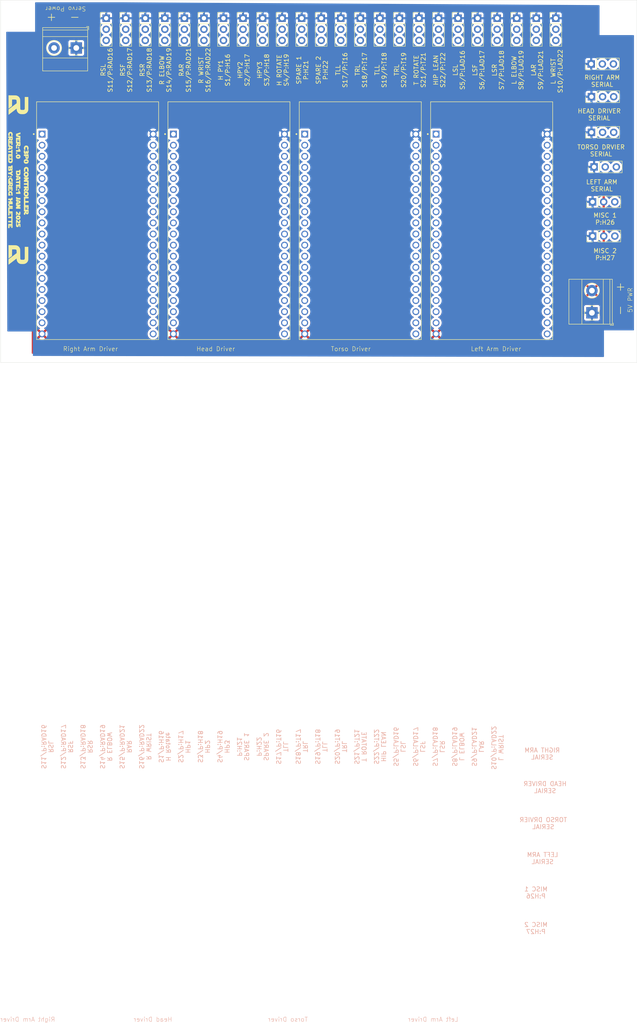
<source format=kicad_pcb>
(kicad_pcb (version 20240108) (generator "pcbnew") (generator_version "8.0")
  (layers (0 "F.Cu" signal) (1 "In1.Cu" signal) (2 "In2.Cu" signal) (31 "B.Cu" signal) (34 "B.Paste" user) (35 "F.Paste" user) (36 "B.SilkS" user "B.Silkscreen") (37 "F.SilkS" user "F.Silkscreen") (38 "B.Mask" user) (39 "F.Mask" user) (44 "Edge.Cuts" user))
  (net 0 "")
  (net 111 "GND")
  (net 112 "SVR_PWR")
  (net 113 "SRV_1")
  (net 114 "SRV_2")
  (net 115 "SRV_3")
  (net 116 "SRV_4")
  (net 117 "SRV_5")
  (net 118 "SRV_6")
  (net 119 "SRV_7")
  (net 120 "SRV_8")
  (net 121 "SRV_9")
  (net 122 "SRV_10")
  (net 123 "SRV_11")
  (net 124 "SRV_12")
  (net 125 "SRV_13")
  (net 126 "SRV_14")
  (net 127 "SRV_15")
  (net 128 "SRV_16")
  (net 129 "SRV_17")
  (net 130 "SRV_18")
  (net 131 "SRV_19")
  (net 132 "SRV_20")
  (net 133 "SRV_21")
  (net 134 "SRV_22")
  (net 135 "SPR_1")
  (net 136 "SPR_2")
  (net 137 "MISC_1")
  (net 138 "5V")
  (net 139 "MISC_2")
  (net 140 "H_TX")
  (net 141 "H_RX")
  (net 142 "LA_RX")
  (net 143 "LA_TX")
  (net 144 "RA_RX")
  (net 145 "RA_TX")
  (net 146 "T_TX")
  (net 147 "T_RX")
  (footprint "02-Logos:C3P0_Controller" (layer "F.Cu") (at 78.486 94.114931 -90)
    (property "Reference" "G***" (hide yes))
    (property "Value" "LOGO" (hide yes))
  )
  (footprint "Connector_PinHeader_2.54mm:PinHeader_1x03_P2.54mm_Vertical" (layer "F.Cu") (at 187.931025 57.099)
    (property "Reference" "J7" (hide yes))
    (property "Value" "Servo 7" (hide yes))
    (pad "1" thru_hole rect (at 0 0) (size 1.7 1.7) (drill 1) (layers "*.Cu" "*.Mask") (net 111 "GND"))
    (pad "2" thru_hole oval (at 0 2.54) (size 1.7 1.7) (drill 1) (layers "*.Cu" "*.Mask") (net 112 "SVR_PWR"))
    (pad "3" thru_hole oval (at 0 5.08) (size 1.7 1.7) (drill 1) (layers "*.Cu" "*.Mask") (net 119 "SRV_7"))
  )
  (footprint "Connector_PinHeader_2.54mm:PinHeader_1x03_P2.54mm_Vertical" (layer "F.Cu") (at 170.054301 57.099)
    (property "Reference" "J21" (hide yes))
    (property "Value" "Servo 21" (hide yes))
    (pad "1" thru_hole rect (at 0 0) (size 1.7 1.7) (drill 1) (layers "*.Cu" "*.Mask") (net 111 "GND"))
    (pad "2" thru_hole oval (at 0 2.54) (size 1.7 1.7) (drill 1) (layers "*.Cu" "*.Mask") (net 112 "SVR_PWR"))
    (pad "3" thru_hole oval (at 0 5.08) (size 1.7 1.7) (drill 1) (layers "*.Cu" "*.Mask") (net 133 "SRV_21"))
  )
  (footprint "01-Custom:MODULE_ESP32-DEVKITC-32D" (layer "F.Cu") (at 156.638 103.371)
    (property "Reference" "U3" (hide yes))
    (property "Value" "Torso Driver" (hide yes))
    (pad "J2-1" thru_hole rect (at -12.7 -19.76) (size 1.56 1.56) (drill 1.04) (layers "*.Cu" "*.Mask"))
    (pad "J2-2" thru_hole circle (at -12.7 -17.22) (size 1.56 1.56) (drill 1.04) (layers "*.Cu" "*.Mask"))
    (pad "J2-3" thru_hole circle (at -12.7 -14.68) (size 1.56 1.56) (drill 1.04) (layers "*.Cu" "*.Mask"))
    (pad "J2-4" thru_hole circle (at -12.7 -12.14) (size 1.56 1.56) (drill 1.04) (layers "*.Cu" "*.Mask"))
    (pad "J2-5" thru_hole circle (at -12.7 -9.6) (size 1.56 1.56) (drill 1.04) (layers "*.Cu" "*.Mask"))
    (pad "J2-6" thru_hole circle (at -12.7 -7.06) (size 1.56 1.56) (drill 1.04) (layers "*.Cu" "*.Mask"))
    (pad "J2-7" thru_hole circle (at -12.7 -4.52) (size 1.56 1.56) (drill 1.04) (layers "*.Cu" "*.Mask"))
    (pad "J2-8" thru_hole circle (at -12.7 -1.98) (size 1.56 1.56) (drill 1.04) (layers "*.Cu" "*.Mask"))
    (pad "J2-9" thru_hole circle (at -12.7 0.56) (size 1.56 1.56) (drill 1.04) (layers "*.Cu" "*.Mask"))
    (pad "J2-10" thru_hole circle (at -12.7 3.1) (size 1.56 1.56) (drill 1.04) (layers "*.Cu" "*.Mask"))
    (pad "J2-11" thru_hole circle (at -12.7 5.64) (size 1.56 1.56) (drill 1.04) (layers "*.Cu" "*.Mask"))
    (pad "J2-12" thru_hole circle (at -12.7 8.18) (size 1.56 1.56) (drill 1.04) (layers "*.Cu" "*.Mask"))
    (pad "J2-13" thru_hole circle (at -12.7 10.72) (size 1.56 1.56) (drill 1.04) (layers "*.Cu" "*.Mask"))
    (pad "J2-14" thru_hole circle (at -12.7 13.26) (size 1.56 1.56) (drill 1.04) (layers "*.Cu" "*.Mask"))
    (pad "J2-15" thru_hole circle (at -12.7 15.8) (size 1.56 1.56) (drill 1.04) (layers "*.Cu" "*.Mask"))
    (pad "J2-16" thru_hole circle (at -12.7 18.34) (size 1.56 1.56) (drill 1.04) (layers "*.Cu" "*.Mask"))
    (pad "J2-17" thru_hole circle (at -12.7 20.88) (size 1.56 1.56) (drill 1.04) (layers "*.Cu" "*.Mask"))
    (pad "J2-18" thru_hole circle (at -12.7 23.42) (size 1.56 1.56) (drill 1.04) (layers "*.Cu" "*.Mask"))
    (pad "J2-19" thru_hole circle (at -12.7 25.96) (size 1.56 1.56) (drill 1.04) (layers "*.Cu" "*.Mask") (net 138 "5V"))
    (pad "J3-1" thru_hole circle (at 12.7 -19.76) (size 1.56 1.56) (drill 1.04) (layers "*.Cu" "*.Mask") (net 111 "GND"))
    (pad "J3-2" thru_hole circle (at 12.7 -17.22) (size 1.56 1.56) (drill 1.04) (layers "*.Cu" "*.Mask"))
    (pad "J3-3" thru_hole circle (at 12.7 -14.68) (size 1.56 1.56) (drill 1.04) (layers "*.Cu" "*.Mask") (net 134 "SRV_22"))
    (pad "J3-4" thru_hole circle (at 12.7 -12.14) (size 1.56 1.56) (drill 1.04) (layers "*.Cu" "*.Mask") (net 146 "T_TX"))
    (pad "J3-5" thru_hole circle (at 12.7 -9.6) (size 1.56 1.56) (drill 1.04) (layers "*.Cu" "*.Mask") (net 147 "T_RX"))
    (pad "J3-6" thru_hole circle (at 12.7 -7.06) (size 1.56 1.56) (drill 1.04) (layers "*.Cu" "*.Mask") (net 133 "SRV_21"))
    (pad "J3-7" thru_hole circle (at 12.7 -4.52) (size 1.56 1.56) (drill 1.04) (layers "*.Cu" "*.Mask"))
    (pad "J3-8" thru_hole circle (at 12.7 -1.98) (size 1.56 1.56) (drill 1.04) (layers "*.Cu" "*.Mask") (net 132 "SRV_20"))
    (pad "J3-9" thru_hole circle (at 12.7 0.56) (size 1.56 1.56) (drill 1.04) (layers "*.Cu" "*.Mask") (net 131 "SRV_19"))
    (pad "J3-10" thru_hole circle (at 12.7 3.1) (size 1.56 1.56) (drill 1.04) (layers "*.Cu" "*.Mask"))
    (pad "J3-11" thru_hole circle (at 12.7 5.64) (size 1.56 1.56) (drill 1.04) (layers "*.Cu" "*.Mask") (net 130 "SRV_18"))
    (pad "J3-12" thru_hole circle (at 12.7 8.18) (size 1.56 1.56) (drill 1.04) (layers "*.Cu" "*.Mask") (net 129 "SRV_17"))
    (pad "J3-13" thru_hole circle (at 12.7 10.72) (size 1.56 1.56) (drill 1.04) (layers "*.Cu" "*.Mask"))
    (pad "J3-14" thru_hole circle (at 12.7 13.26) (size 1.56 1.56) (drill 1.04) (layers "*.Cu" "*.Mask"))
    (pad "J3-15" thru_hole circle (at 12.7 15.8) (size 1.56 1.56) (drill 1.04) (layers "*.Cu" "*.Mask"))
    (pad "J3-16" thru_hole circle (at 12.7 18.34) (size 1.56 1.56) (drill 1.04) (layers "*.Cu" "*.Mask"))
    (pad "J3-17" thru_hole circle (at 12.7 20.88) (size 1.56 1.56) (drill 1.04) (layers "*.Cu" "*.Mask"))
    (pad "J3-18" thru_hole circle (at 12.7 23.42) (size 1.56 1.56) (drill 1.04) (layers "*.Cu" "*.Mask"))
    (pad "J3-19" thru_hole circle (at 12.7 25.96) (size 1.56 1.56) (drill 1.04) (layers "*.Cu" "*.Mask"))
  )
  (footprint "Connector_PinHeader_2.54mm:PinHeader_1x03_P2.54mm_Vertical" (layer "F.Cu") (at 120.89331 57.099)
    (property "Reference" "J16" (hide yes))
    (property "Value" "Servo 16" (hide yes))
    (pad "1" thru_hole rect (at 0 0) (size 1.7 1.7) (drill 1) (layers "*.Cu" "*.Mask") (net 111 "GND"))
    (pad "2" thru_hole oval (at 0 2.54) (size 1.7 1.7) (drill 1) (layers "*.Cu" "*.Mask") (net 112 "SVR_PWR"))
    (pad "3" thru_hole oval (at 0 5.08) (size 1.7 1.7) (drill 1) (layers "*.Cu" "*.Mask") (net 128 "SRV_16"))
  )
  (footprint "Connector_PinHeader_2.54mm:PinHeader_1x03_P2.54mm_Vertical" (layer "F.Cu") (at 178.992663 57.099)
    (property "Reference" "J5" (hide yes))
    (property "Value" "Servo 5" (hide yes))
    (pad "1" thru_hole rect (at 0 0) (size 1.7 1.7) (drill 1) (layers "*.Cu" "*.Mask") (net 111 "GND"))
    (pad "2" thru_hole oval (at 0 2.54) (size 1.7 1.7) (drill 1) (layers "*.Cu" "*.Mask") (net 112 "SVR_PWR"))
    (pad "3" thru_hole oval (at 0 5.08) (size 1.7 1.7) (drill 1) (layers "*.Cu" "*.Mask") (net 117 "SRV_5"))
  )
  (footprint "01-Custom:MODULE_ESP32-DEVKITC-32D" (layer "F.Cu") (at 96.588 103.371)
    (property "Reference" "U1" (hide yes))
    (property "Value" "Right Arm Driver" (hide yes))
    (pad "J2-1" thru_hole rect (at -12.7 -19.76) (size 1.56 1.56) (drill 1.04) (layers "*.Cu" "*.Mask"))
    (pad "J2-2" thru_hole circle (at -12.7 -17.22) (size 1.56 1.56) (drill 1.04) (layers "*.Cu" "*.Mask"))
    (pad "J2-3" thru_hole circle (at -12.7 -14.68) (size 1.56 1.56) (drill 1.04) (layers "*.Cu" "*.Mask"))
    (pad "J2-4" thru_hole circle (at -12.7 -12.14) (size 1.56 1.56) (drill 1.04) (layers "*.Cu" "*.Mask"))
    (pad "J2-5" thru_hole circle (at -12.7 -9.6) (size 1.56 1.56) (drill 1.04) (layers "*.Cu" "*.Mask"))
    (pad "J2-6" thru_hole circle (at -12.7 -7.06) (size 1.56 1.56) (drill 1.04) (layers "*.Cu" "*.Mask"))
    (pad "J2-7" thru_hole circle (at -12.7 -4.52) (size 1.56 1.56) (drill 1.04) (layers "*.Cu" "*.Mask"))
    (pad "J2-8" thru_hole circle (at -12.7 -1.98) (size 1.56 1.56) (drill 1.04) (layers "*.Cu" "*.Mask"))
    (pad "J2-9" thru_hole circle (at -12.7 0.56) (size 1.56 1.56) (drill 1.04) (layers "*.Cu" "*.Mask"))
    (pad "J2-10" thru_hole circle (at -12.7 3.1) (size 1.56 1.56) (drill 1.04) (layers "*.Cu" "*.Mask"))
    (pad "J2-11" thru_hole circle (at -12.7 5.64) (size 1.56 1.56) (drill 1.04) (layers "*.Cu" "*.Mask"))
    (pad "J2-12" thru_hole circle (at -12.7 8.18) (size 1.56 1.56) (drill 1.04) (layers "*.Cu" "*.Mask"))
    (pad "J2-13" thru_hole circle (at -12.7 10.72) (size 1.56 1.56) (drill 1.04) (layers "*.Cu" "*.Mask"))
    (pad "J2-14" thru_hole circle (at -12.7 13.26) (size 1.56 1.56) (drill 1.04) (layers "*.Cu" "*.Mask"))
    (pad "J2-15" thru_hole circle (at -12.7 15.8) (size 1.56 1.56) (drill 1.04) (layers "*.Cu" "*.Mask"))
    (pad "J2-16" thru_hole circle (at -12.7 18.34) (size 1.56 1.56) (drill 1.04) (layers "*.Cu" "*.Mask"))
    (pad "J2-17" thru_hole circle (at -12.7 20.88) (size 1.56 1.56) (drill 1.04) (layers "*.Cu" "*.Mask"))
    (pad "J2-18" thru_hole circle (at -12.7 23.42) (size 1.56 1.56) (drill 1.04) (layers "*.Cu" "*.Mask"))
    (pad "J2-19" thru_hole circle (at -12.7 25.96) (size 1.56 1.56) (drill 1.04) (layers "*.Cu" "*.Mask") (net 138 "5V"))
    (pad "J3-1" thru_hole circle (at 12.7 -19.76) (size 1.56 1.56) (drill 1.04) (layers "*.Cu" "*.Mask") (net 111 "GND"))
    (pad "J3-2" thru_hole circle (at 12.7 -17.22) (size 1.56 1.56) (drill 1.04) (layers "*.Cu" "*.Mask"))
    (pad "J3-3" thru_hole circle (at 12.7 -14.68) (size 1.56 1.56) (drill 1.04) (layers "*.Cu" "*.Mask") (net 128 "SRV_16"))
    (pad "J3-4" thru_hole circle (at 12.7 -12.14) (size 1.56 1.56) (drill 1.04) (layers "*.Cu" "*.Mask") (net 145 "RA_TX"))
    (pad "J3-5" thru_hole circle (at 12.7 -9.6) (size 1.56 1.56) (drill 1.04) (layers "*.Cu" "*.Mask") (net 144 "RA_RX"))
    (pad "J3-6" thru_hole circle (at 12.7 -7.06) (size 1.56 1.56) (drill 1.04) (layers "*.Cu" "*.Mask") (net 127 "SRV_15"))
    (pad "J3-7" thru_hole circle (at 12.7 -4.52) (size 1.56 1.56) (drill 1.04) (layers "*.Cu" "*.Mask"))
    (pad "J3-8" thru_hole circle (at 12.7 -1.98) (size 1.56 1.56) (drill 1.04) (layers "*.Cu" "*.Mask") (net 126 "SRV_14"))
    (pad "J3-9" thru_hole circle (at 12.7 0.56) (size 1.56 1.56) (drill 1.04) (layers "*.Cu" "*.Mask") (net 125 "SRV_13"))
    (pad "J3-10" thru_hole circle (at 12.7 3.1) (size 1.56 1.56) (drill 1.04) (layers "*.Cu" "*.Mask"))
    (pad "J3-11" thru_hole circle (at 12.7 5.64) (size 1.56 1.56) (drill 1.04) (layers "*.Cu" "*.Mask") (net 124 "SRV_12"))
    (pad "J3-12" thru_hole circle (at 12.7 8.18) (size 1.56 1.56) (drill 1.04) (layers "*.Cu" "*.Mask") (net 123 "SRV_11"))
    (pad "J3-13" thru_hole circle (at 12.7 10.72) (size 1.56 1.56) (drill 1.04) (layers "*.Cu" "*.Mask"))
    (pad "J3-14" thru_hole circle (at 12.7 13.26) (size 1.56 1.56) (drill 1.04) (layers "*.Cu" "*.Mask"))
    (pad "J3-15" thru_hole circle (at 12.7 15.8) (size 1.56 1.56) (drill 1.04) (layers "*.Cu" "*.Mask"))
    (pad "J3-16" thru_hole circle (at 12.7 18.34) (size 1.56 1.56) (drill 1.04) (layers "*.Cu" "*.Mask"))
    (pad "J3-17" thru_hole circle (at 12.7 20.88) (size 1.56 1.56) (drill 1.04) (layers "*.Cu" "*.Mask"))
    (pad "J3-18" thru_hole circle (at 12.7 23.42) (size 1.56 1.56) (drill 1.04) (layers "*.Cu" "*.Mask"))
    (pad "J3-19" thru_hole circle (at 12.7 25.96) (size 1.56 1.56) (drill 1.04) (layers "*.Cu" "*.Mask"))
  )
  (footprint "Connector_PinHeader_2.54mm:PinHeader_1x03_P2.54mm_Vertical" (layer "F.Cu") (at 209.486 75.062 90)
    (property "Reference" "J30" (hide yes))
    (property "Value" "Head Serial" (hide yes))
    (pad "1" thru_hole rect (at 0 0 90) (size 1.7 1.7) (drill 1) (layers "*.Cu" "*.Mask") (net 111 "GND"))
    (pad "2" thru_hole oval (at 0 2.54 90) (size 1.7 1.7) (drill 1) (layers "*.Cu" "*.Mask") (net 141 "H_RX"))
    (pad "3" thru_hole oval (at 0 5.08 90) (size 1.7 1.7) (drill 1) (layers "*.Cu" "*.Mask") (net 140 "H_TX"))
  )
  (footprint "MountingHole:MountingHole_3.2mm_M3" (layer "F.Cu") (at 216.154 132.334)
    (property "Reference" "REF**" (hide yes))
    (property "Value" "MountingHole_3.2mm_M3" (hide yes))
    (pad "" np_thru_hole circle (at 0 0) (size 3.2 3.2) (drill 3.2) (layers "F&B.Cu" "*.Mask"))
  )
  (footprint "Connector_PinHeader_2.54mm:PinHeader_1x03_P2.54mm_Vertical" (layer "F.Cu") (at 116.424129 57.099)
    (property "Reference" "J15" (hide yes))
    (property "Value" "Servo 15" (hide yes))
    (pad "1" thru_hole rect (at 0 0) (size 1.7 1.7) (drill 1) (layers "*.Cu" "*.Mask") (net 111 "GND"))
    (pad "2" thru_hole oval (at 0 2.54) (size 1.7 1.7) (drill 1) (layers "*.Cu" "*.Mask") (net 112 "SVR_PWR"))
    (pad "3" thru_hole oval (at 0 5.08) (size 1.7 1.7) (drill 1) (layers "*.Cu" "*.Mask") (net 127 "SRV_15"))
  )
  (footprint "Connector_PinHeader_2.54mm:PinHeader_1x03_P2.54mm_Vertical" (layer "F.Cu") (at 165.58512 57.099)
    (property "Reference" "J20" (hide yes))
    (property "Value" "Servo 20" (hide yes))
    (pad "1" thru_hole rect (at 0 0) (size 1.7 1.7) (drill 1) (layers "*.Cu" "*.Mask") (net 111 "GND"))
    (pad "2" thru_hole oval (at 0 2.54) (size 1.7 1.7) (drill 1) (layers "*.Cu" "*.Mask") (net 112 "SVR_PWR"))
    (pad "3" thru_hole oval (at 0 5.08) (size 1.7 1.7) (drill 1) (layers "*.Cu" "*.Mask") (net 132 "SRV_20"))
  )
  (footprint "Connector_PinHeader_2.54mm:PinHeader_1x03_P2.54mm_Vertical" (layer "F.Cu") (at 129.831672 57.099)
    (property "Reference" "J2" (hide yes))
    (property "Value" "Servo 2" (hide yes))
    (pad "1" thru_hole rect (at 0 0) (size 1.7 1.7) (drill 1) (layers "*.Cu" "*.Mask") (net 111 "GND"))
    (pad "2" thru_hole oval (at 0 2.54) (size 1.7 1.7) (drill 1) (layers "*.Cu" "*.Mask") (net 112 "SVR_PWR"))
    (pad "3" thru_hole oval (at 0 5.08) (size 1.7 1.7) (drill 1) (layers "*.Cu" "*.Mask") (net 114 "SRV_2"))
  )
  (footprint "TerminalBlock_Phoenix:TerminalBlock_Phoenix_MKDS-1,5-2-5.08_1x02_P5.08mm_Horizontal" (layer "F.Cu") (at 91.711 63.901 180)
    (property "Reference" "J50" (hide yes))
    (property "Value" "Servo Power Input" (hide yes))
    (pad "1" thru_hole rect (at 0 0 180) (size 2.6 2.6) (drill 1.3) (layers "*.Cu" "*.Mask") (net 111 "GND"))
    (pad "2" thru_hole circle (at 5.08 0 180) (size 2.6 2.6) (drill 1.3) (layers "*.Cu" "*.Mask") (net 112 "SVR_PWR"))
  )
  (footprint "Connector_PinHeader_2.54mm:PinHeader_1x03_P2.54mm_Vertical" (layer "F.Cu") (at 161.115939 57.099)
    (property "Reference" "J19" (hide yes))
    (property "Value" "Servo 19" (hide yes))
    (pad "1" thru_hole rect (at 0 0) (size 1.7 1.7) (drill 1) (layers "*.Cu" "*.Mask") (net 111 "GND"))
    (pad "2" thru_hole oval (at 0 2.54) (size 1.7 1.7) (drill 1) (layers "*.Cu" "*.Mask") (net 112 "SVR_PWR"))
    (pad "3" thru_hole oval (at 0 5.08) (size 1.7 1.7) (drill 1) (layers "*.Cu" "*.Mask") (net 131 "SRV_19"))
  )
  (footprint "Connector_PinHeader_2.54mm:PinHeader_1x03_P2.54mm_Vertical" (layer "F.Cu") (at 107.485767 57.099)
    (property "Reference" "J13" (hide yes))
    (property "Value" "Servo 13" (hide yes))
    (pad "1" thru_hole rect (at 0 0) (size 1.7 1.7) (drill 1) (layers "*.Cu" "*.Mask") (net 111 "GND"))
    (pad "2" thru_hole oval (at 0 2.54) (size 1.7 1.7) (drill 1) (layers "*.Cu" "*.Mask") (net 112 "SVR_PWR"))
    (pad "3" thru_hole oval (at 0 5.08) (size 1.7 1.7) (drill 1) (layers "*.Cu" "*.Mask") (net 125 "SRV_13"))
  )
  (footprint "Connector_PinHeader_2.54mm:PinHeader_1x03_P2.54mm_Vertical" (layer "F.Cu") (at 209.486 83.21 90)
    (property "Reference" "J33" (hide yes))
    (property "Value" "Torso Serial" (hide yes))
    (pad "1" thru_hole rect (at 0 0 90) (size 1.7 1.7) (drill 1) (layers "*.Cu" "*.Mask") (net 111 "GND"))
    (pad "2" thru_hole oval (at 0 2.54 90) (size 1.7 1.7) (drill 1) (layers "*.Cu" "*.Mask") (net 147 "T_RX"))
    (pad "3" thru_hole oval (at 0 5.08 90) (size 1.7 1.7) (drill 1) (layers "*.Cu" "*.Mask") (net 146 "T_TX"))
  )
  (footprint "Connector_PinHeader_2.54mm:PinHeader_1x03_P2.54mm_Vertical" (layer "F.Cu") (at 147.708396 57.099)
    (property "Reference" "J24" (hide yes))
    (property "Value" "SPARE Servo 1" (hide yes))
    (pad "1" thru_hole rect (at 0 0) (size 1.7 1.7) (drill 1) (layers "*.Cu" "*.Mask") (net 111 "GND"))
    (pad "2" thru_hole oval (at 0 2.54) (size 1.7 1.7) (drill 1) (layers "*.Cu" "*.Mask") (net 112 "SVR_PWR"))
    (pad "3" thru_hole oval (at 0 5.08) (size 1.7 1.7) (drill 1) (layers "*.Cu" "*.Mask") (net 136 "SPR_2"))
  )
  (footprint "Connector_PinHeader_2.54mm:PinHeader_1x03_P2.54mm_Vertical" (layer "F.Cu") (at 98.547405 57.099)
    (property "Reference" "J11" (hide yes))
    (property "Value" "Servo 11" (hide yes))
    (pad "1" thru_hole rect (at 0 0) (size 1.7 1.7) (drill 1) (layers "*.Cu" "*.Mask") (net 111 "GND"))
    (pad "2" thru_hole oval (at 0 2.54) (size 1.7 1.7) (drill 1) (layers "*.Cu" "*.Mask") (net 112 "SVR_PWR"))
    (pad "3" thru_hole oval (at 0 5.08) (size 1.7 1.7) (drill 1) (layers "*.Cu" "*.Mask") (net 123 "SRV_11"))
  )
  (footprint "Connector_PinHeader_2.54mm:PinHeader_1x03_P2.54mm_Vertical" (layer "F.Cu") (at 209.746 106.944 90)
    (property "Reference" "J26" (hide yes))
    (property "Value" "Misc 2" (hide yes))
    (pad "1" thru_hole rect (at 0 0 90) (size 1.7 1.7) (drill 1) (layers "*.Cu" "*.Mask") (net 111 "GND"))
    (pad "2" thru_hole oval (at 0 2.54 90) (size 1.7 1.7) (drill 1) (layers "*.Cu" "*.Mask") (net 138 "5V"))
    (pad "3" thru_hole oval (at 0 5.08 90) (size 1.7 1.7) (drill 1) (layers "*.Cu" "*.Mask") (net 139 "MISC_2"))
  )
  (footprint "Connector_PinHeader_2.54mm:PinHeader_1x03_P2.54mm_Vertical" (layer "F.Cu") (at 174.523482 57.099)
    (property "Reference" "J22" (hide yes))
    (property "Value" "Servo 22" (hide yes))
    (pad "1" thru_hole rect (at 0 0) (size 1.7 1.7) (drill 1) (layers "*.Cu" "*.Mask") (net 111 "GND"))
    (pad "2" thru_hole oval (at 0 2.54) (size 1.7 1.7) (drill 1) (layers "*.Cu" "*.Mask") (net 112 "SVR_PWR"))
    (pad "3" thru_hole oval (at 0 5.08) (size 1.7 1.7) (drill 1) (layers "*.Cu" "*.Mask") (net 134 "SRV_22"))
  )
  (footprint "Connector_PinHeader_2.54mm:PinHeader_1x03_P2.54mm_Vertical" (layer "F.Cu") (at 183.461844 57.099)
    (property "Reference" "J6" (hide yes))
    (property "Value" "Servo 6" (hide yes))
    (pad "1" thru_hole rect (at 0 0) (size 1.7 1.7) (drill 1) (layers "*.Cu" "*.Mask") (net 111 "GND"))
    (pad "2" thru_hole oval (at 0 2.54) (size 1.7 1.7) (drill 1) (layers "*.Cu" "*.Mask") (net 112 "SVR_PWR"))
    (pad "3" thru_hole oval (at 0 5.08) (size 1.7 1.7) (drill 1) (layers "*.Cu" "*.Mask") (net 118 "SRV_6"))
  )
  (footprint "01-Custom:MODULE_ESP32-DEVKITC-32D" (layer "F.Cu") (at 186.663 103.371)
    (property "Reference" "U4" (hide yes))
    (property "Value" "Left Arm Driver" (hide yes))
    (pad "J2-1" thru_hole rect (at -12.7 -19.76) (size 1.56 1.56) (drill 1.04) (layers "*.Cu" "*.Mask"))
    (pad "J2-2" thru_hole circle (at -12.7 -17.22) (size 1.56 1.56) (drill 1.04) (layers "*.Cu" "*.Mask"))
    (pad "J2-3" thru_hole circle (at -12.7 -14.68) (size 1.56 1.56) (drill 1.04) (layers "*.Cu" "*.Mask"))
    (pad "J2-4" thru_hole circle (at -12.7 -12.14) (size 1.56 1.56) (drill 1.04) (layers "*.Cu" "*.Mask"))
    (pad "J2-5" thru_hole circle (at -12.7 -9.6) (size 1.56 1.56) (drill 1.04) (layers "*.Cu" "*.Mask"))
    (pad "J2-6" thru_hole circle (at -12.7 -7.06) (size 1.56 1.56) (drill 1.04) (layers "*.Cu" "*.Mask"))
    (pad "J2-7" thru_hole circle (at -12.7 -4.52) (size 1.56 1.56) (drill 1.04) (layers "*.Cu" "*.Mask"))
    (pad "J2-8" thru_hole circle (at -12.7 -1.98) (size 1.56 1.56) (drill 1.04) (layers "*.Cu" "*.Mask"))
    (pad "J2-9" thru_hole circle (at -12.7 0.56) (size 1.56 1.56) (drill 1.04) (layers "*.Cu" "*.Mask"))
    (pad "J2-10" thru_hole circle (at -12.7 3.1) (size 1.56 1.56) (drill 1.04) (layers "*.Cu" "*.Mask"))
    (pad "J2-11" thru_hole circle (at -12.7 5.64) (size 1.56 1.56) (drill 1.04) (layers "*.Cu" "*.Mask"))
    (pad "J2-12" thru_hole circle (at -12.7 8.18) (size 1.56 1.56) (drill 1.04) (layers "*.Cu" "*.Mask"))
    (pad "J2-13" thru_hole circle (at -12.7 10.72) (size 1.56 1.56) (drill 1.04) (layers "*.Cu" "*.Mask"))
    (pad "J2-14" thru_hole circle (at -12.7 13.26) (size 1.56 1.56) (drill 1.04) (layers "*.Cu" "*.Mask"))
    (pad "J2-15" thru_hole circle (at -12.7 15.8) (size 1.56 1.56) (drill 1.04) (layers "*.Cu" "*.Mask"))
    (pad "J2-16" thru_hole circle (at -12.7 18.34) (size 1.56 1.56) (drill 1.04) (layers "*.Cu" "*.Mask"))
    (pad "J2-17" thru_hole circle (at -12.7 20.88) (size 1.56 1.56) (drill 1.04) (layers "*.Cu" "*.Mask"))
    (pad "J2-18" thru_hole circle (at -12.7 23.42) (size 1.56 1.56) (drill 1.04) (layers "*.Cu" "*.Mask"))
    (pad "J2-19" thru_hole circle (at -12.7 25.96) (size 1.56 1.56) (drill 1.04) (layers "*.Cu" "*.Mask") (net 138 "5V"))
    (pad "J3-1" thru_hole circle (at 12.7 -19.76) (size 1.56 1.56) (drill 1.04) (layers "*.Cu" "*.Mask") (net 111 "GND"))
    (pad "J3-2" thru_hole circle (at 12.7 -17.22) (size 1.56 1.56) (drill 1.04) (layers "*.Cu" "*.Mask"))
    (pad "J3-3" thru_hole circle (at 12.7 -14.68) (size 1.56 1.56) (drill 1.04) (layers "*.Cu" "*.Mask") (net 122 "SRV_10"))
    (pad "J3-4" thru_hole circle (at 12.7 -12.14) (size 1.56 1.56) (drill 1.04) (layers "*.Cu" "*.Mask") (net 143 "LA_TX"))
    (pad "J3-5" thru_hole circle (at 12.7 -9.6) (size 1.56 1.56) (drill 1.04) (layers "*.Cu" "*.Mask") (net 142 "LA_RX"))
    (pad "J3-6" thru_hole circle (at 12.7 -7.06) (size 1.56 1.56) (drill 1.04) (layers "*.Cu" "*.Mask") (net 121 "SRV_9"))
    (pad "J3-7" thru_hole circle (at 12.7 -4.52) (size 1.56 1.56) (drill 1.04) (layers "*.Cu" "*.Mask"))
    (pad "J3-8" thru_hole circle (at 12.7 -1.98) (size 1.56 1.56) (drill 1.04) (layers "*.Cu" "*.Mask") (net 120 "SRV_8"))
    (pad "J3-9" thru_hole circle (at 12.7 0.56) (size 1.56 1.56) (drill 1.04) (layers "*.Cu" "*.Mask") (net 119 "SRV_7"))
    (pad "J3-10" thru_hole circle (at 12.7 3.1) (size 1.56 1.56) (drill 1.04) (layers "*.Cu" "*.Mask"))
    (pad "J3-11" thru_hole circle (at 12.7 5.64) (size 1.56 1.56) (drill 1.04) (layers "*.Cu" "*.Mask") (net 118 "SRV_6"))
    (pad "J3-12" thru_hole circle (at 12.7 8.18) (size 1.56 1.56) (drill 1.04) (layers "*.Cu" "*.Mask") (net 117 "SRV_5"))
    (pad "J3-13" thru_hole circle (at 12.7 10.72) (size 1.56 1.56) (drill 1.04) (layers "*.Cu" "*.Mask"))
    (pad "J3-14" thru_hole circle (at 12.7 13.26) (size 1.56 1.56) (drill 1.04) (layers "*.Cu" "*.Mask"))
    (pad "J3-15" thru_hole circle (at 12.7 15.8) (size 1.56 1.56) (drill 1.04) (layers "*.Cu" "*.Mask"))
    (pad "J3-16" thru_hole circle (at 12.7 18.34) (size 1.56 1.56) (drill 1.04) (layers "*.Cu" "*.Mask"))
    (pad "J3-17" thru_hole circle (at 12.7 20.88) (size 1.56 1.56) (drill 1.04) (layers "*.Cu" "*.Mask"))
    (pad "J3-18" thru_hole circle (at 12.7 23.42) (size 1.56 1.56) (drill 1.04) (layers "*.Cu" "*.Mask"))
    (pad "J3-19" thru_hole circle (at 12.7 25.96) (size 1.56 1.56) (drill 1.04) (layers "*.Cu" "*.Mask"))
  )
  (footprint "Connector_PinHeader_2.54mm:PinHeader_1x03_P2.54mm_Vertical" (layer "F.Cu") (at 209.425834 67.5635 90)
    (property "Reference" "J32" (hide yes))
    (property "Value" "Right Arm Serial" (hide yes))
    (pad "1" thru_hole rect (at 0 0 90) (size 1.7 1.7) (drill 1) (layers "*.Cu" "*.Mask") (net 111 "GND"))
    (pad "2" thru_hole oval (at 0 2.54 90) (size 1.7 1.7) (drill 1) (layers "*.Cu" "*.Mask") (net 144 "RA_RX"))
    (pad "3" thru_hole oval (at 0 5.08 90) (size 1.7 1.7) (drill 1) (layers "*.Cu" "*.Mask") (net 145 "RA_TX"))
  )
  (footprint "Connector_PinHeader_2.54mm:PinHeader_1x03_P2.54mm_Vertical" (layer "F.Cu") (at 134.300853 57.099)
    (property "Reference" "J3" (hide yes))
    (property "Value" "Servo 3" (hide yes))
    (pad "1" thru_hole rect (at 0 0) (size 1.7 1.7) (drill 1) (layers "*.Cu" "*.Mask") (net 111 "GND"))
    (pad "2" thru_hole oval (at 0 2.54) (size 1.7 1.7) (drill 1) (layers "*.Cu" "*.Mask") (net 112 "SVR_PWR"))
    (pad "3" thru_hole oval (at 0 5.08) (size 1.7 1.7) (drill 1) (layers "*.Cu" "*.Mask") (net 115 "SRV_3"))
  )
  (footprint "Connector_PinHeader_2.54mm:PinHeader_1x03_P2.54mm_Vertical" (layer "F.Cu") (at 125.362491 57.099)
    (property "Reference" "J1" (hide yes))
    (property "Value" "Servo 1" (hide yes))
    (pad "1" thru_hole rect (at 0 0) (size 1.7 1.7) (drill 1) (layers "*.Cu" "*.Mask") (net 111 "GND"))
    (pad "2" thru_hole oval (at 0 2.54) (size 1.7 1.7) (drill 1) (layers "*.Cu" "*.Mask") (net 112 "SVR_PWR"))
    (pad "3" thru_hole oval (at 0 5.08) (size 1.7 1.7) (drill 1) (layers "*.Cu" "*.Mask") (net 113 "SRV_1"))
  )
  (footprint "Connector_PinHeader_2.54mm:PinHeader_1x03_P2.54mm_Vertical" (layer "F.Cu") (at 156.646758 57.099)
    (property "Reference" "J18" (hide yes))
    (property "Value" "Servo 18" (hide yes))
    (pad "1" thru_hole rect (at 0 0) (size 1.7 1.7) (drill 1) (layers "*.Cu" "*.Mask") (net 111 "GND"))
    (pad "2" thru_hole oval (at 0 2.54) (size 1.7 1.7) (drill 1) (layers "*.Cu" "*.Mask") (net 112 "SVR_PWR"))
    (pad "3" thru_hole oval (at 0 5.08) (size 1.7 1.7) (drill 1) (layers "*.Cu" "*.Mask") (net 130 "SRV_18"))
  )
  (footprint "Connector_PinHeader_2.54mm:PinHeader_1x03_P2.54mm_Vertical" (layer "F.Cu") (at 143.239215 57.099)
    (property "Reference" "J23" (hide yes))
    (property "Value" "Spare Servo 1" (hide yes))
    (pad "1" thru_hole rect (at 0 0) (size 1.7 1.7) (drill 1) (layers "*.Cu" "*.Mask") (net 111 "GND"))
    (pad "2" thru_hole oval (at 0 2.54) (size 1.7 1.7) (drill 1) (layers "*.Cu" "*.Mask") (net 112 "SVR_PWR"))
    (pad "3" thru_hole oval (at 0 5.08) (size 1.7 1.7) (drill 1) (layers "*.Cu" "*.Mask") (net 135 "SPR_1"))
  )
  (footprint "Connector_PinHeader_2.54mm:PinHeader_1x03_P2.54mm_Vertical" (layer "F.Cu") (at 138.770034 57.099)
    (property "Reference" "J4" (hide yes))
    (property "Value" "Servo 4" (hide yes))
    (pad "1" thru_hole rect (at 0 0) (size 1.7 1.7) (drill 1) (layers "*.Cu" "*.Mask") (net 111 "GND"))
    (pad "2" thru_hole oval (at 0 2.54) (size 1.7 1.7) (drill 1) (layers "*.Cu" "*.Mask") (net 112 "SVR_PWR"))
    (pad "3" thru_hole oval (at 0 5.08) (size 1.7 1.7) (drill 1) (layers "*.Cu" "*.Mask") (net 116 "SRV_4"))
  )
  (footprint "MountingHole:MountingHole_3.2mm_M3" (layer "F.Cu") (at 77.978 132.334)
    (property "Reference" "REF**" (hide yes))
    (property "Value" "MountingHole_3.2mm_M3" (hide yes))
    (pad "" np_thru_hole circle (at 0 0) (size 3.2 3.2) (drill 3.2) (layers "F&B.Cu" "*.Mask"))
  )
  (footprint "Connector_PinHeader_2.54mm:PinHeader_1x03_P2.54mm_Vertical" (layer "F.Cu") (at 152.177577 57.099)
    (property "Reference" "J17" (hide yes))
    (property "Value" "Servo 17" (hide yes))
    (pad "1" thru_hole rect (at 0 0) (size 1.7 1.7) (drill 1) (layers "*.Cu" "*.Mask") (net 111 "GND"))
    (pad "2" thru_hole oval (at 0 2.54) (size 1.7 1.7) (drill 1) (layers "*.Cu" "*.Mask") (net 112 "SVR_PWR"))
    (pad "3" thru_hole oval (at 0 5.08) (size 1.7 1.7) (drill 1) (layers "*.Cu" "*.Mask") (net 129 "SRV_17"))
  )
  (footprint "TerminalBlock_Phoenix:TerminalBlock_Phoenix_MKDS-1,5-2-5.08_1x02_P5.08mm_Horizontal" (layer "F.Cu") (at 209.591 124.505 90)
    (property "Reference" "J51" (hide yes))
    (property "Value" "5V Input" (hide yes))
    (pad "1" thru_hole rect (at 0 0 90) (size 2.6 2.6) (drill 1.3) (layers "*.Cu" "*.Mask") (net 111 "GND"))
    (pad "2" thru_hole circle (at 5.08 0 90) (size 2.6 2.6) (drill 1.3) (layers "*.Cu" "*.Mask") (net 138 "5V"))
  )
  (footprint "02-Logos:R2_Logo_V2" (layer "F.Cu") (at 78.132372 76.962 -90)
    (property "Reference" "G***" (hide yes))
    (property "Value" "LOGO" (hide yes))
  )
  (footprint "MountingHole:MountingHole_3.2mm_M3" (layer "F.Cu") (at 216.154 56.642)
    (property "Reference" "REF**" (hide yes))
    (property "Value" "MountingHole_3.2mm_M3" (hide yes))
    (pad "" np_thru_hole circle (at 0 0) (size 3.2 3.2) (drill 3.2) (layers "*.Cu" "*.Mask"))
  )
  (footprint "Connector_PinHeader_2.54mm:PinHeader_1x03_P2.54mm_Vertical" (layer "F.Cu") (at 196.869387 57.099)
    (property "Reference" "J9" (hide yes))
    (property "Value" "Servo 9" (hide yes))
    (pad "1" thru_hole rect (at 0 0) (size 1.7 1.7) (drill 1) (layers "*.Cu" "*.Mask") (net 111 "GND"))
    (pad "2" thru_hole oval (at 0 2.54) (size 1.7 1.7) (drill 1) (layers "*.Cu" "*.Mask") (net 112 "SVR_PWR"))
    (pad "3" thru_hole oval (at 0 5.08) (size 1.7 1.7) (drill 1) (layers "*.Cu" "*.Mask") (net 121 "SRV_9"))
  )
  (footprint "Connector_PinHeader_2.54mm:PinHeader_1x03_P2.54mm_Vertical" (layer "F.Cu") (at 103.016586 57.099)
    (property "Reference" "J12" (hide yes))
    (property "Value" "Servo 12" (hide yes))
    (pad "1" thru_hole rect (at 0 0) (size 1.7 1.7) (drill 1) (layers "*.Cu" "*.Mask") (net 111 "GND"))
    (pad "2" thru_hole oval (at 0 2.54) (size 1.7 1.7) (drill 1) (layers "*.Cu" "*.Mask") (net 112 "SVR_PWR"))
    (pad "3" thru_hole oval (at 0 5.08) (size 1.7 1.7) (drill 1) (layers "*.Cu" "*.Mask") (net 124 "SRV_12"))
  )
  (footprint "01-Custom:MODULE_ESP32-DEVKITC-32D" (layer "F.Cu") (at 126.613 103.371)
    (property "Reference" "U2" (hide yes))
    (property "Value" "Head Driver" (hide yes))
    (pad "J2-1" thru_hole rect (at -12.7 -19.76) (size 1.56 1.56) (drill 1.04) (layers "*.Cu" "*.Mask"))
    (pad "J2-2" thru_hole circle (at -12.7 -17.22) (size 1.56 1.56) (drill 1.04) (layers "*.Cu" "*.Mask"))
    (pad "J2-3" thru_hole circle (at -12.7 -14.68) (size 1.56 1.56) (drill 1.04) (layers "*.Cu" "*.Mask"))
    (pad "J2-4" thru_hole circle (at -12.7 -12.14) (size 1.56 1.56) (drill 1.04) (layers "*.Cu" "*.Mask"))
    (pad "J2-5" thru_hole circle (at -12.7 -9.6) (size 1.56 1.56) (drill 1.04) (layers "*.Cu" "*.Mask"))
    (pad "J2-6" thru_hole circle (at -12.7 -7.06) (size 1.56 1.56) (drill 1.04) (layers "*.Cu" "*.Mask"))
    (pad "J2-7" thru_hole circle (at -12.7 -4.52) (size 1.56 1.56) (drill 1.04) (layers "*.Cu" "*.Mask"))
    (pad "J2-8" thru_hole circle (at -12.7 -1.98) (size 1.56 1.56) (drill 1.04) (layers "*.Cu" "*.Mask"))
    (pad "J2-9" thru_hole circle (at -12.7 0.56) (size 1.56 1.56) (drill 1.04) (layers "*.Cu" "*.Mask"))
    (pad "J2-10" thru_hole circle (at -12.7 3.1) (size 1.56 1.56) (drill 1.04) (layers "*.Cu" "*.Mask") (net 137 "MISC_1"))
    (pad "J2-11" thru_hole circle (at -12.7 5.64) (size 1.56 1.56) (drill 1.04) (layers "*.Cu" "*.Mask") (net 139 "MISC_2"))
    (pad "J2-12" thru_hole circle (at -12.7 8.18) (size 1.56 1.56) (drill 1.04) (layers "*.Cu" "*.Mask"))
    (pad "J2-13" thru_hole circle (at -12.7 10.72) (size 1.56 1.56) (drill 1.04) (layers "*.Cu" "*.Mask"))
    (pad "J2-14" thru_hole circle (at -12.7 13.26) (size 1.56 1.56) (drill 1.04) (layers "*.Cu" "*.Mask"))
    (pad "J2-15" thru_hole circle (at -12.7 15.8) (size 1.56 1.56) (drill 1.04) (layers "*.Cu" "*.Mask"))
    (pad "J2-16" thru_hole circle (at -12.7 18.34) (size 1.56 1.56) (drill 1.04) (layers "*.Cu" "*.Mask"))
    (pad "J2-17" thru_hole circle (at -12.7 20.88) (size 1.56 1.56) (drill 1.04) (layers "*.Cu" "*.Mask"))
    (pad "J2-18" thru_hole circle (at -12.7 23.42) (size 1.56 1.56) (drill 1.04) (layers "*.Cu" "*.Mask"))
    (pad "J2-19" thru_hole circle (at -12.7 25.96) (size 1.56 1.56) (drill 1.04) (layers "*.Cu" "*.Mask") (net 138 "5V"))
    (pad "J3-1" thru_hole circle (at 12.7 -19.76) (size 1.56 1.56) (drill 1.04) (layers "*.Cu" "*.Mask") (net 111 "GND"))
    (pad "J3-2" thru_hole circle (at 12.7 -17.22) (size 1.56 1.56) (drill 1.04) (layers "*.Cu" "*.Mask"))
    (pad "J3-3" thru_hole circle (at 12.7 -14.68) (size 1.56 1.56) (drill 1.04) (layers "*.Cu" "*.Mask") (net 136 "SPR_2"))
    (pad "J3-4" thru_hole circle (at 12.7 -12.14) (size 1.56 1.56) (drill 1.04) (layers "*.Cu" "*.Mask") (net 140 "H_TX"))
    (pad "J3-5" thru_hole circle (at 12.7 -9.6) (size 1.56 1.56) (drill 1.04) (layers "*.Cu" "*.Mask") (net 141 "H_RX"))
    (pad "J3-6" thru_hole circle (at 12.7 -7.06) (size 1.56 1.56) (drill 1.04) (layers "*.Cu" "*.Mask") (net 135 "SPR_1"))
    (pad "J3-7" thru_hole circle (at 12.7 -4.52) (size 1.56 1.56) (drill 1.04) (layers "*.Cu" "*.Mask"))
    (pad "J3-8" thru_hole circle (at 12.7 -1.98) (size 1.56 1.56) (drill 1.04) (layers "*.Cu" "*.Mask") (net 116 "SRV_4"))
    (pad "J3-9" thru_hole circle (at 12.7 0.56) (size 1.56 1.56) (drill 1.04) (layers "*.Cu" "*.Mask") (net 115 "SRV_3"))
    (pad "J3-10" thru_hole circle (at 12.7 3.1) (size 1.56 1.56) (drill 1.04) (layers "*.Cu" "*.Mask"))
    (pad "J3-11" thru_hole circle (at 12.7 5.64) (size 1.56 1.56) (drill 1.04) (layers "*.Cu" "*.Mask") (net 114 "SRV_2"))
    (pad "J3-12" thru_hole circle (at 12.7 8.18) (size 1.56 1.56) (drill 1.04) (layers "*.Cu" "*.Mask") (net 113 "SRV_1"))
    (pad "J3-13" thru_hole circle (at 12.7 10.72) (size 1.56 1.56) (drill 1.04) (layers "*.Cu" "*.Mask"))
    (pad "J3-14" thru_hole circle (at 12.7 13.26) (size 1.56 1.56) (drill 1.04) (layers "*.Cu" "*.Mask"))
    (pad "J3-15" thru_hole circle (at 12.7 15.8) (size 1.56 1.56) (drill 1.04) (layers "*.Cu" "*.Mask"))
    (pad "J3-16" thru_hole circle (at 12.7 18.34) (size 1.56 1.56) (drill 1.04) (layers "*.Cu" "*.Mask"))
    (pad "J3-17" thru_hole circle (at 12.7 20.88) (size 1.56 1.56) (drill 1.04) (layers "*.Cu" "*.Mask"))
    (pad "J3-18" thru_hole circle (at 12.7 23.42) (size 1.56 1.56) (drill 1.04) (layers "*.Cu" "*.Mask"))
    (pad "J3-19" thru_hole circle (at 12.7 25.96) (size 1.56 1.56) (drill 1.04) (layers "*.Cu" "*.Mask"))
  )
  (footprint "MountingHole:MountingHole_3.2mm_M3" (layer "F.Cu") (at 77.978 56.642)
    (property "Reference" "REF**" (hide yes))
    (property "Value" "MountingHole_3.2mm_M3" (hide yes))
    (pad "" np_thru_hole circle (at 0 0) (size 3.2 3.2) (drill 3.2) (layers "F&B.Cu" "*.Mask"))
  )
  (footprint "Connector_PinHeader_2.54mm:PinHeader_1x03_P2.54mm_Vertical" (layer "F.Cu") (at 111.954948 57.099)
    (property "Reference" "J14" (hide yes))
    (property "Value" "Servo 14" (hide yes))
    (pad "1" thru_hole rect (at 0 0) (size 1.7 1.7) (drill 1) (layers "*.Cu" "*.Mask") (net 111 "GND"))
    (pad "2" thru_hole oval (at 0 2.54) (size 1.7 1.7) (drill 1) (layers "*.Cu" "*.Mask") (net 112 "SVR_PWR"))
    (pad "3" thru_hole oval (at 0 5.08) (size 1.7 1.7) (drill 1) (layers "*.Cu" "*.Mask") (net 126 "SRV_14"))
  )
  (footprint "Connector_PinHeader_2.54mm:PinHeader_1x03_P2.54mm_Vertical" (layer "F.Cu") (at 210.088668 91.122 90)
    (property "Reference" "J31" (hide yes))
    (property "Value" "Left Arm Serial" (hide yes))
    (pad "1" thru_hole rect (at 0 0 90) (size 1.7 1.7) (drill 1) (layers "*.Cu" "*.Mask") (net 111 "GND"))
    (pad "2" thru_hole oval (at 0 2.54 90) (size 1.7 1.7) (drill 1) (layers "*.Cu" "*.Mask") (net 142 "LA_RX"))
    (pad "3" thru_hole oval (at 0 5.08 90) (size 1.7 1.7) (drill 1) (layers "*.Cu" "*.Mask") (net 143 "LA_TX"))
  )
  (footprint "Connector_PinHeader_2.54mm:PinHeader_1x03_P2.54mm_Vertical" (layer "F.Cu") (at 201.338569 57.099)
    (property "Reference" "J10" (hide yes))
    (property "Value" "Servo 10" (hide yes))
    (pad "1" thru_hole rect (at 0 0) (size 1.7 1.7) (drill 1) (layers "*.Cu" "*.Mask") (net 111 "GND"))
    (pad "2" thru_hole oval (at 0 2.54) (size 1.7 1.7) (drill 1) (layers "*.Cu" "*.Mask") (net 112 "SVR_PWR"))
    (pad "3" thru_hole oval (at 0 5.08) (size 1.7 1.7) (drill 1) (layers "*.Cu" "*.Mask") (net 122 "SRV_10"))
  )
  (footprint "Connector_PinHeader_2.54mm:PinHeader_1x03_P2.54mm_Vertical" (layer "F.Cu") (at 209.736 99.118 90)
    (property "Reference" "J25" (hide yes))
    (property "Value" "Misc 1" (hide yes))
    (pad "1" thru_hole rect (at 0 0 90) (size 1.7 1.7) (drill 1) (layers "*.Cu" "*.Mask") (net 111 "GND"))
    (pad "2" thru_hole oval (at 0 2.54 90) (size 1.7 1.7) (drill 1) (layers "*.Cu" "*.Mask") (net 138 "5V"))
    (pad "3" thru_hole oval (at 0 5.08 90) (size 1.7 1.7) (drill 1) (layers "*.Cu" "*.Mask") (net 137 "MISC_1"))
  )
  (footprint "Connector_PinHeader_2.54mm:PinHeader_1x03_P2.54mm_Vertical" (layer "F.Cu") (at 192.400206 57.099)
    (property "Reference" "J8" (hide yes))
    (property "Value" "Servo 8" (hide yes))
    (pad "1" thru_hole rect (at 0 0) (size 1.7 1.7) (drill 1) (layers "*.Cu" "*.Mask") (net 111 "GND"))
    (pad "2" thru_hole oval (at 0 2.54) (size 1.7 1.7) (drill 1) (layers "*.Cu" "*.Mask") (net 112 "SVR_PWR"))
    (pad "3" thru_hole oval (at 0 5.08) (size 1.7 1.7) (drill 1) (layers "*.Cu" "*.Mask") (net 120 "SRV_8"))
  )
  (footprint "02-Logos:R2_Logo_V2" (layer "F.Cu") (at 78.132372 111.252 -90)
    (property "Reference" "G***" (hide yes))
    (property "Value" "LOGO" (hide yes))
  )
  (gr_line (start 74.422 135.89) (end 74.422 52.956) (stroke (width 0.05)) (layer "Edge.Cuts"))
  (gr_line (start 219.876 135.89) (end 74.422 135.89) (stroke (width 0.05)) (layer "Edge.Cuts"))
  (gr_line (start 219.876 52.956) (end 219.876 135.89) (stroke (width 0.05)) (layer "Edge.Cuts"))
  (gr_line (start 74.422 52.956) (end 219.876 52.956) (stroke (width 0.05)) (layer "Edge.Cuts"))
  (gr_text "Left Arm Driver" (at 167.493808 286.766 -0) (layer "B.SilkS") (effects (font (size 1 1) (thickness 0.1)) (justify right bottom mirror)))
  (gr_text "Right Arm Driver" (at 74.275808 286.766 -0) (layer "B.SilkS") (effects (font (size 1 1) (thickness 0.1)) (justify right bottom mirror)))
  (gr_text "RSF\nS12/P:RAD17" (at 88.156218 223.774 -90) (layer "B.SilkS") (effects (font (size 1 1) (thickness 0.153)) (justify bottom mirror)))
  (gr_text "TLL\nS17/P:T16" (at 137.360186 223.774 -90) (layer "B.SilkS") (effects (font (size 1 1) (thickness 0.153)) (justify bottom mirror)))
  (gr_text "RAR\nS15/P:RAD21" (at 101.575482 223.774 -90) (layer "B.SilkS") (effects (font (size 1 1) (thickness 0.153)) (justify bottom mirror)))
  (gr_text "R WRIST\nS16/P:RAD22" (at 106.04857 223.774 -90) (layer "B.SilkS") (effects (font (size 1 1) (thickness 0.153)) (justify bottom mirror)))
  (gr_text "R ELBOW\nS14/P:RAD19" (at 97.102394 223.774 -90) (layer "B.SilkS") (effects (font (size 1 1) (thickness 0.153)) (justify bottom mirror)))
  (gr_text "Torso Driver" (at 135.489808 286.766 -0) (layer "B.SilkS") (effects (font (size 1 1) (thickness 0.1)) (justify right bottom mirror)))
  (gr_text "SPARE 2\nP:H22" (at 132.887098 223.773999 -90) (layer "B.SilkS") (effects (font (size 1 1) (thickness 0.153)) (justify bottom mirror)))
  (gr_text "H Rotate\nS1/P:H16" (at 110.521658 223.773999 -90) (layer "B.SilkS") (effects (font (size 1 1) (thickness 0.153)) (justify bottom mirror)))
  (gr_text "RIGHT ARM\nSERIAL" (at 198.221336 226.784 -0) (layer "B.SilkS") (effects (font (size 1 1) (thickness 0.153)) (justify bottom mirror)))
  (gr_text "HP2\nS3/P:H18" (at 119.467834 223.773999 -90) (layer "B.SilkS") (effects (font (size 1 1) (thickness 0.153)) (justify bottom mirror)))
  (gr_text "SPARE 1\nP:H21" (at 128.41401 223.773999 -90) (layer "B.SilkS") (effects (font (size 1 1) (thickness 0.153)) (justify bottom mirror)))
  (gr_text "HP1\nS2/P:H17" (at 114.994746 223.773999 -90) (layer "B.SilkS") (effects (font (size 1 1) (thickness 0.153)) (justify bottom mirror)))
  (gr_text "TLL\nS19/P:T18" (at 146.306362 223.774 -90) (layer "B.SilkS") (effects (font (size 1 1) (thickness 0.153)) (justify bottom mirror)))
  (gr_text "RSR\nS13/P:RAD18" (at 92.629306 223.774 -90) (layer "B.SilkS") (effects (font (size 1 1) (thickness 0.153)) (justify bottom mirror)))
  (gr_text "LAR\nS9/P:LAD21" (at 182.091066 223.773999 -90) (layer "B.SilkS") (effects (font (size 1 1) (thickness 0.153)) (justify bottom mirror)))
  (gr_text "TRL\nS18/P:T17" (at 141.833274 223.774 -90) (layer "B.SilkS") (effects (font (size 1 1) (thickness 0.153)) (justify bottom mirror)))
  (gr_text "HIP LEAN\nS22/P:T22" (at 159.725626 223.774 -90) (layer "B.SilkS") (effects (font (size 1 1) (thickness 0.153)) (justify bottom mirror)))
  (gr_text "Head Driver" (at 104.755808 286.766 -0) (layer "B.SilkS") (effects (font (size 1 1) (thickness 0.1)) (justify right bottom mirror)))
  (gr_text "L ELBOW\nS8/P:LAD19" (at 177.617978 223.773999 -90) (layer "B.SilkS") (effects (font (size 1 1) (thickness 0.153)) (justify bottom mirror)))
  (gr_text "LSF\nS6/P:LAD17" (at 168.671802 223.773999 -90) (layer "B.SilkS") (effects (font (size 1 1) (thickness 0.153)) (justify bottom mirror)))
  (gr_text "LEFT ARM\nSERIAL" (at 198.309336 250.698 -0) (layer "B.SilkS") (effects (font (size 1 1) (thickness 0.153)) (justify bottom mirror)))
  (gr_text "MISC 1\nP:H26" (at 196.785336 258.572 -0) (layer "B.SilkS") (effects (font (size 1 1) (thickness 0.153)) (justify bottom mirror)))
  (gr_text "HP3\nS4/P:H19" (at 123.940922 223.773999 -90) (layer "B.SilkS") (effects (font (size 1 1) (thickness 0.153)) (justify bottom mirror)))
  (gr_text "T ROTATE\nS21/P:T21" (at 155.252538 223.774 -90) (layer "B.SilkS") (effects (font (size 1 1) (thickness 0.153)) (justify bottom mirror)))
  (gr_text "L WRIST\nS10/P:LAD22" (at 186.564174 224.028 -90) (layer "B.SilkS") (effects (font (size 1 1) (thickness 0.153)) (justify bottom mirror)))
  (gr_text "LSL\nS5/P:LAD16" (at 164.198714 223.773999 -90) (layer "B.SilkS") (effects (font (size 1 1) (thickness 0.153)) (justify bottom mirror)))
  (gr_text "TRL\nS20/P:T19" (at 150.77945 223.774 -90) (layer "B.SilkS") (effects (font (size 1 1) (thickness 0.153)) (justify bottom mirror)))
  (gr_text "TORSO DRVIER\nSERIAL" (at 198.468668 242.706 -0) (layer "B.SilkS") (effects (font (size 1 1) (thickness 0.153)) (justify bottom mirror)))
  (gr_text "MISC 2\nP:H27" (at 196.785336 266.7 -0) (layer "B.SilkS") (effects (font (size 1 1) (thickness 0.153)) (justify bottom mirror)))
  (gr_text "HEAD DRIVER\nSERIAL" (at 198.877502 234.4655 -0) (layer "B.SilkS") (effects (font (size 1 1) (thickness 0.153)) (justify bottom mirror)))
  (gr_text "LSR\nS7/P:LAD18" (at 173.14489 223.773999 -90) (layer "B.SilkS") (effects (font (size 1 1) (thickness 0.153)) (justify bottom mirror)))
  (gr_text "RSL\nS11/P:RAD16" (at 83.68313 223.774 -90) (layer "B.SilkS") (effects (font (size 1 1) (thickness 0.153)) (justify bottom mirror)))
  (gr_text "L WRIST\nS10/P:LAD22" (at 202.946 69.22445 90) (layer "F.SilkS") (effects (font (size 1 1) (thickness 0.153)) (justify bottom)))
  (gr_text "SPARE 2\nP:H22" (at 149.268924 68.970449 90) (layer "F.SilkS") (effects (font (size 1 1) (thickness 0.153)) (justify bottom)))
  (gr_text "Right Arm Driver" (at 88.646 133.35 0) (layer "F.SilkS") (effects (font (size 1 1) (thickness 0.1)) (justify left bottom)))
  (gr_text "HPY3\nS3/P:H18" (at 135.84966 68.970449 90) (layer "F.SilkS") (effects (font (size 1 1) (thickness 0.153)) (justify bottom)))
  (gr_text "RSL\nS11/P:RAD16" (at 100.064956 68.97045 90) (layer "F.SilkS") (effects (font (size 1 1) (thickness 0.153)) (justify bottom)))
  (gr_text "RIGHT ARM\nSERIAL" (at 211.924 72.86 0) (layer "F.SilkS") (effects (font (size 1 1) (thickness 0.153)) (justify bottom)))
  (gr_text "HEAD DRIVER\nSERIAL" (at 211.267834 80.5415 0) (layer "F.SilkS") (effects (font (size 1 1) (thickness 0.153)) (justify bottom)))
  (gr_text "H ROTATE\nS4/P:H19" (at 140.322748 68.970449 90) (layer "F.SilkS") (effects (font (size 1 1) (thickness 0.153)) (justify bottom)))
  (gr_text "-" (at 92.71 55.88 180) (layer "F.SilkS") (effects (font (size 2 2)) (justify left bottom)))
  (gr_text "TRL\nS20/P:T19" (at 167.161276 68.97045 90) (layer "F.SilkS") (effects (font (size 1 1) (thickness 0.153)) (justify bottom)))
  (gr_text "TRL\nS18/P:T17" (at 158.2151 68.97045 90) (layer "F.SilkS") (effects (font (size 1 1) (thickness 0.153)) (justify bottom)))
  (gr_text "LSL\nS5/P:LAD16" (at 180.58054 68.970449 90) (layer "F.SilkS") (effects (font (size 1 1) (thickness 0.153)) (justify bottom)))
  (gr_text "MISC 2\nP:H27" (at 212.598 112.522 0) (layer "F.SilkS") (effects (font (size 1 1) (thickness 0.153)) (justify bottom)))
  (gr_text "Torso Driver" (at 149.86 133.35 0) (layer "F.SilkS") (effects (font (size 1 1) (thickness 0.1)) (justify left bottom)))
  (gr_text "HPY2\nS2/P:H17" (at 131.376572 68.970449 90) (layer "F.SilkS") (effects (font (size 1 1) (thickness 0.153)) (justify bottom)))
  (gr_text "T ROTATE\nS21/P:T21" (at 171.634364 68.97045 90) (layer "F.SilkS") (effects (font (size 1 1) (thickness 0.153)) (justify bottom)))
  (gr_text "HIP LEAN\nS22/P:T22" (at 176.107452 68.97045 90) (layer "F.SilkS") (effects (font (size 1 1) (thickness 0.153)) (justify bottom)))
  (gr_text "TLL\nS17/P:T16" (at 153.742012 68.97045 90) (layer "F.SilkS") (effects (font (size 1 1) (thickness 0.153)) (justify bottom)))
  (gr_text "-" (at 217.142 125.284 90) (layer "F.SilkS") (effects (font (size 2 2)) (justify left bottom)))
  (gr_text "LSF\nS6/P:LAD17" (at 185.053628 68.970449 90) (layer "F.SilkS") (effects (font (size 1 1) (thickness 0.153)) (justify bottom)))
  (gr_text "RAR\nS15/P:RAD21" (at 117.957308 68.97045 90) (layer "F.SilkS") (effects (font (size 1 1) (thickness 0.153)) (justify bottom)))
  (gr_text "RSR\nS13/P:RAD18" (at 109.011132 68.97045 90) (layer "F.SilkS") (effects (font (size 1 1) (thickness 0.153)) (justify bottom)))
  (gr_text "TLL\nS19/P:T18" (at 162.688188 68.97045 90) (layer "F.SilkS") (effects (font (size 1 1) (thickness 0.153)) (justify bottom)))
  (gr_text "RSF\nS12/P:RAD17" (at 104.538044 68.97045 90) (layer "F.SilkS") (effects (font (size 1 1) (thickness 0.153)) (justify bottom)))
  (gr_text "H PY1\nS1/P:H16" (at 126.903484 68.970449 90) (layer "F.SilkS") (effects (font (size 1 1) (thickness 0.153)) (justify bottom)))
  (gr_text "MISC 1\nP:H26" (at 212.598 104.394 0) (layer "F.SilkS") (effects (font (size 1 1) (thickness 0.153)) (justify bottom)))
  (gr_text "R WRIST\nS16/P:RAD22" (at 122.430396 68.97045 90) (layer "F.SilkS") (effects (font (size 1 1) (thickness 0.153)) (justify bottom)))
  (gr_text "SPARE 1\nP:H21" (at 144.795836 68.970449 90) (layer "F.SilkS") (effects (font (size 1 1) (thickness 0.153)) (justify bottom)))
  (gr_text "+" (at 87.376 55.88 180) (layer "F.SilkS") (effects (font (size 2 2)) (justify left bottom)))
  (gr_text "L ELBOW\nS8/P:LAD19" (at 193.999804 68.970449 90) (layer "F.SilkS") (effects (font (size 1 1) (thickness 0.153)) (justify bottom)))
  (gr_text "R ELBOW\nS14/P:RAD19" (at 113.48422 68.97045 90) (layer "F.SilkS") (effects (font (size 1 1) (thickness 0.153)) (justify bottom)))
  (gr_text "Servo Power" (at 93.98 54.356 180) (layer "F.SilkS") (effects (font (size 1 1) (thickness 0.1)) (justify left bottom)))
  (gr_text "Head Driver" (at 119.126 133.35 0) (layer "F.SilkS") (effects (font (size 1 1) (thickness 0.1)) (justify left bottom)))
  (gr_text "LAR\nS9/P:LAD21" (at 198.472892 68.970449 90) (layer "F.SilkS") (effects (font (size 1 1) (thickness 0.153)) (justify bottom)))
  (gr_text "Left Arm Driver" (at 181.864 133.35 0) (layer "F.SilkS") (effects (font (size 1 1) (thickness 0.1)) (justify left bottom)))
  (gr_text "+" (at 217.142 119.95 90) (layer "F.SilkS") (effects (font (size 2 2)) (justify left bottom)))
  (gr_text "TORSO DRVIER\nSERIAL" (at 211.676668 88.782 0) (layer "F.SilkS") (effects (font (size 1 1) (thickness 0.153)) (justify bottom)))
  (gr_text "5V PWR" (at 218.92 124.522 90) (layer "F.SilkS") (effects (font (size 1 1) (thickness 0.1)) (justify left bottom)))
  (gr_text "LEFT ARM\nSERIAL" (at 211.836 96.774 0) (layer "F.SilkS") (effects (font (size 1 1) (thickness 0.153)) (justify bottom)))
  (gr_text "LSR\nS7/P:LAD18" (at 189.526716 68.970449 90) (layer "F.SilkS") (effects (font (size 1 1) (thickness 0.153)) (justify bottom)))
  (zone (net 138) (net_name "5V") (layer "F.Cu") (priority 2) (connect_pads (clearance 0.5)) (min_thickness 0.25) (fill yes (thermal_gap 0.5) (thermal_bridge_width 0.5))
    (polygon (pts (xy 217.17 127.762) (xy 217.424 95.758) (xy 204.724 95.758) (xy 204.47 124.206) (xy 81.534 124.46) (xy 81.534 133.858) (xy 211.582 133.35) (xy 211.582 127.762)))
  )
  (zone (net 111) (net_name "GND") (layer "B.Cu") (priority 1) (connect_pads (clearance 0.5)) (min_thickness 0.25) (fill yes (thermal_gap 0.5) (thermal_bridge_width 0.5))
    (polygon (pts (xy 75.692 60.198) (xy 82.296 60.198) (xy 82.296 53.34) (xy 211.328 54.102) (xy 211.328 60.96) (xy 219.202 60.96) (xy 219.202 128.524) (xy 212.344 128.524) (xy 212.344 134.62) (xy 81.788 134.366) (xy 81.788 128.778) (xy 75.946 128.778)))
  )
)
</source>
